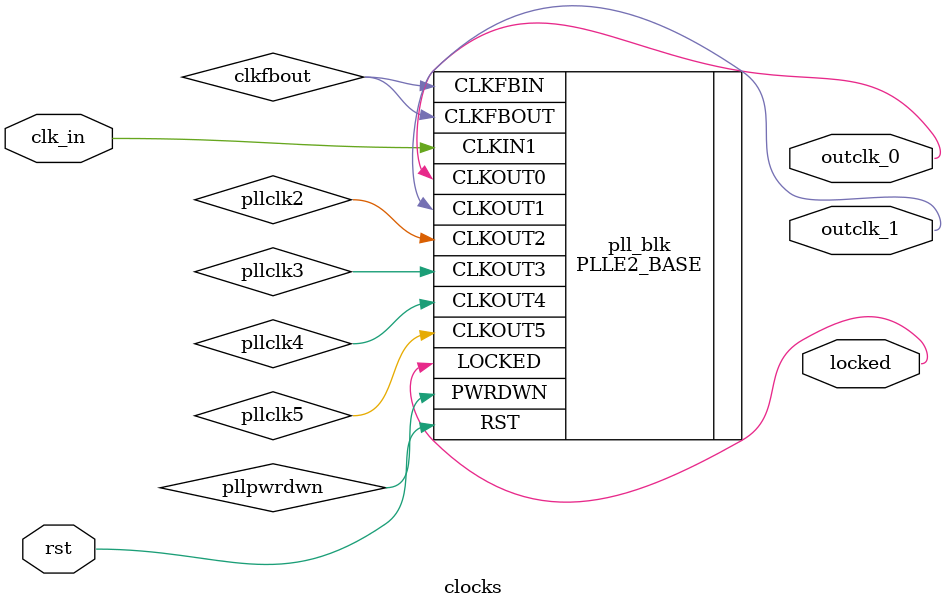
<source format=v>
/**
  Generate two clocks: 40 and 80 MHz
  --
  For Xilinx Artix-7
  --
  2022 Gray, gray@grayraven.org
  https://oberon-rts.org/licences
**/

`timescale 1ns / 1ps
`default_nettype none

module  clocks (
	input wire clk_in,
	input wire rst,
	output wire outclk_0, // 40 MHz
	output wire outclk_1, // 80 MHz
	output wire locked
);

// clocks
wire clkfbout;
wire pllclk2, pllclk3, pllclk4, pllclk5, pllpwrdwn; // dummies to keep the synthesiser happy

localparam BasePeriod = 10;    // nano seconds, 100 MHz
localparam M = 12;             // multiplier, BaseClock * M must be in the VCO range, which is 800 - 1,600 MHz for the A7
localparam D0 = 30;            // divider for clock output 0 = clk
localparam D1 = 15;            // divider for clock output 1 = clk2x, used for the RAM

PLLE2_BASE # (
  .CLKIN1_PERIOD(BasePeriod),
  .CLKFBOUT_MULT(M), // 8 to 16
  .CLKOUT0_DIVIDE(D0),
  .CLKOUT1_DIVIDE(D1)
) pll_blk (
  .CLKFBOUT(clkfbout),
  .CLKOUT0(outclk_0),
  .CLKOUT1(outclk_1),
  .CLKOUT2(pllclk2), .CLKOUT3(pllclk3), .CLKOUT4(pllclk4), .CLKOUT5(pllclk5),
  .LOCKED(locked),
  .CLKFBIN(clkfbout),
  .CLKIN1(clk_in),
  .RST(rst),
  .PWRDWN(pllpwrdwn)
);

endmodule

`resetall

</source>
